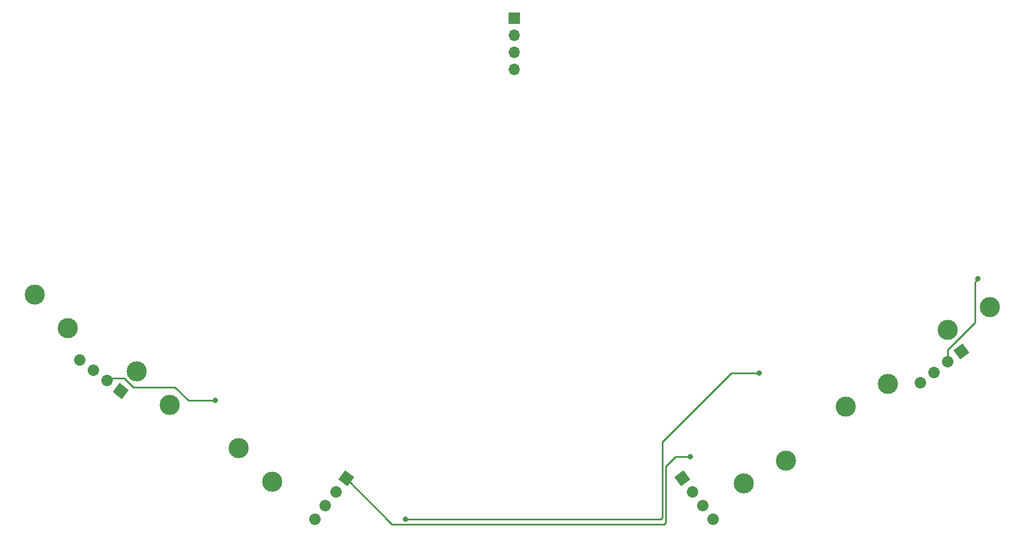
<source format=gbr>
G04 #@! TF.GenerationSoftware,KiCad,Pcbnew,(5.1.4)-1*
G04 #@! TF.CreationDate,2023-11-05T18:19:01-05:00*
G04 #@! TF.ProjectId,ThumbsUp,5468756d-6273-4557-902e-6b696361645f,rev?*
G04 #@! TF.SameCoordinates,Original*
G04 #@! TF.FileFunction,Copper,L1,Top*
G04 #@! TF.FilePolarity,Positive*
%FSLAX46Y46*%
G04 Gerber Fmt 4.6, Leading zero omitted, Abs format (unit mm)*
G04 Created by KiCad (PCBNEW (5.1.4)-1) date 2023-11-05 18:19:01*
%MOMM*%
%LPD*%
G04 APERTURE LIST*
%ADD10C,3.000000*%
%ADD11C,1.700000*%
%ADD12C,1.700000*%
%ADD13C,0.100000*%
%ADD14O,1.700000X1.700000*%
%ADD15R,1.700000X1.700000*%
%ADD16C,0.800000*%
%ADD17C,0.254000*%
G04 APERTURE END LIST*
D10*
X177265211Y46270949D03*
X183487566Y49645087D03*
X102162054Y51540630D03*
X107120597Y46489358D03*
X192439286Y57705434D03*
X198661641Y61079572D03*
X207613361Y69139920D03*
X213835716Y72514058D03*
X71813905Y74409601D03*
X76772448Y69358329D03*
X86987979Y62975115D03*
X91946522Y57923843D03*
D11*
X78544397Y64615830D03*
D12*
X78544397Y64615830D02*
X78544397Y64615830D01*
D11*
X80572932Y63087220D03*
D12*
X80572932Y63087220D02*
X80572932Y63087220D01*
D11*
X82601466Y61558610D03*
D12*
X82601466Y61558610D02*
X82601466Y61558610D01*
D11*
X84630000Y60030000D03*
D13*
G36*
X84797297Y58839617D02*
G01*
X83439617Y59862703D01*
X84462703Y61220383D01*
X85820383Y60197297D01*
X84797297Y58839617D01*
X84797297Y58839617D01*
G37*
D11*
X113544170Y40944397D03*
D12*
X113544170Y40944397D02*
X113544170Y40944397D01*
D11*
X115072780Y42972932D03*
D12*
X115072780Y42972932D02*
X115072780Y42972932D01*
D11*
X116601390Y45001466D03*
D12*
X116601390Y45001466D02*
X116601390Y45001466D01*
D11*
X118130000Y47030000D03*
D13*
G36*
X119320383Y47197297D02*
G01*
X118297297Y45839617D01*
X116939617Y46862703D01*
X117962703Y48220383D01*
X119320383Y47197297D01*
X119320383Y47197297D01*
G37*
D11*
X203494397Y61294170D03*
D12*
X203494397Y61294170D02*
X203494397Y61294170D01*
D11*
X205522932Y62822780D03*
D12*
X205522932Y62822780D02*
X205522932Y62822780D01*
D11*
X207551466Y64351390D03*
D12*
X207551466Y64351390D02*
X207551466Y64351390D01*
D11*
X209580000Y65880000D03*
D13*
G36*
X210770383Y65712703D02*
G01*
X209412703Y64689617D01*
X208389617Y66047297D01*
X209747297Y67070383D01*
X210770383Y65712703D01*
X210770383Y65712703D01*
G37*
D14*
X143130000Y107910000D03*
X143130000Y110450000D03*
X143130000Y112990000D03*
D15*
X143130000Y115530000D03*
D11*
X172715830Y40944397D03*
D12*
X172715830Y40944397D02*
X172715830Y40944397D01*
D11*
X171187220Y42972932D03*
D12*
X171187220Y42972932D02*
X171187220Y42972932D01*
D11*
X169658610Y45001466D03*
D12*
X169658610Y45001466D02*
X169658610Y45001466D01*
D11*
X168130000Y47030000D03*
D13*
G36*
X168297297Y48220383D02*
G01*
X169320383Y46862703D01*
X167962703Y45839617D01*
X166939617Y47197297D01*
X168297297Y48220383D01*
X168297297Y48220383D01*
G37*
D16*
X212080000Y76730000D03*
X98705221Y58604779D03*
X179530000Y62680000D03*
X126980000Y40980000D03*
X169280000Y50230000D03*
D17*
X211680001Y76330001D02*
X212080000Y76730000D01*
X211630001Y76280001D02*
X211680001Y76330001D01*
X211630001Y70230001D02*
X211630001Y76280001D01*
X207551466Y64351390D02*
X207551466Y66151466D01*
X207551466Y66151466D02*
X211630001Y70230001D01*
X94680221Y58604779D02*
X98705221Y58604779D01*
X92705000Y60580000D02*
X94680221Y58604779D01*
X86480000Y60580000D02*
X92705000Y60580000D01*
X85130000Y61930000D02*
X86480000Y60580000D01*
X82601466Y61558610D02*
X82972856Y61930000D01*
X82972856Y61930000D02*
X85130000Y61930000D01*
X164930000Y40980000D02*
X126980000Y40980000D01*
X165130000Y41180000D02*
X164930000Y40980000D01*
X165130000Y52430000D02*
X165130000Y41180000D01*
X179530000Y62680000D02*
X175380000Y62680000D01*
X175380000Y62680000D02*
X165130000Y52430000D01*
X167080000Y50230000D02*
X169280000Y50230000D01*
X165680000Y48830000D02*
X167080000Y50230000D01*
X165680000Y40444803D02*
X165680000Y48830000D01*
X165415197Y40180000D02*
X165680000Y40444803D01*
X118130000Y47030000D02*
X124980000Y40180000D01*
X124980000Y40180000D02*
X165415197Y40180000D01*
M02*

</source>
